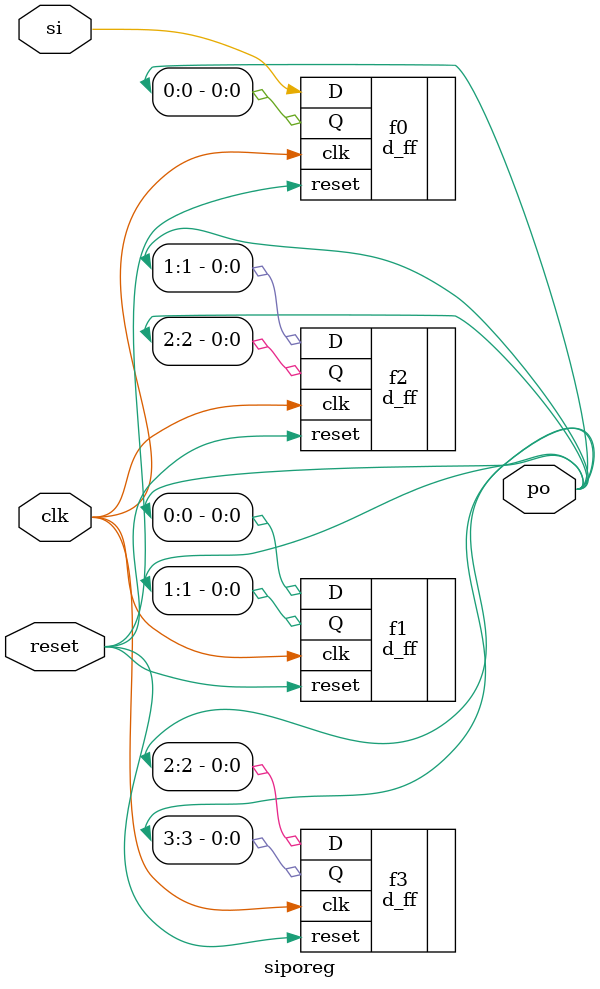
<source format=v>
`include "dff.v"

module siporeg(
    input clk,
    input reset,
    input si,        
    output [3:0] po
    );

    d_ff f0 (.clk(clk), .reset(reset), .D(si),    .Q(po[0]));

    d_ff f1 (.clk(clk), .reset(reset), .D(po[0]), .Q(po[1]));

    d_ff f2 (.clk(clk), .reset(reset), .D(po[1]), .Q(po[2]));

    d_ff f3 (.clk(clk), .reset(reset), .D(po[2]), .Q(po[3]));

endmodule
</source>
